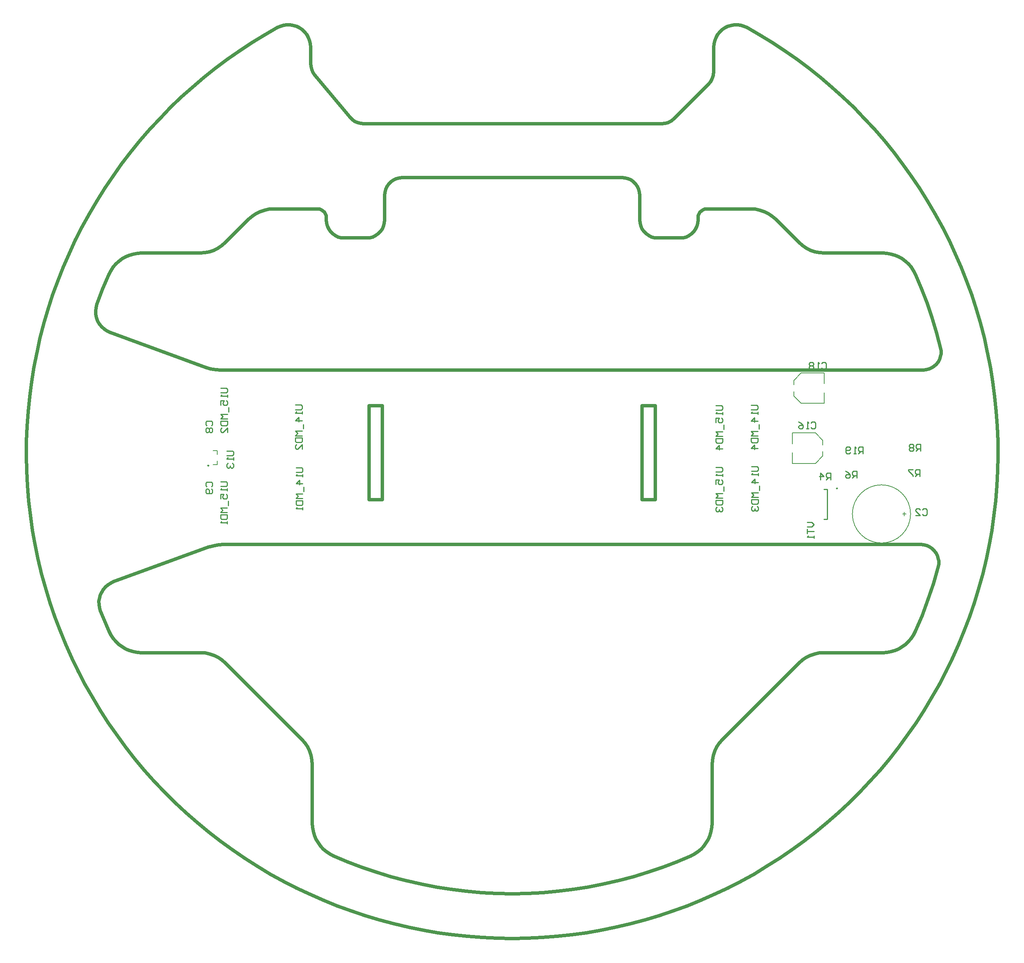
<source format=gbo>
G04*
G04 #@! TF.GenerationSoftware,Altium Limited,Altium Designer,18.1.7 (191)*
G04*
G04 Layer_Color=32896*
%FSLAX42Y42*%
%MOMM*%
G71*
G01*
G75*
%ADD10C,0.25*%
%ADD13C,0.20*%
%ADD15C,0.25*%
%ADD19C,0.80*%
D10*
X18118Y10051D02*
G03*
X18118Y10051I-12J0D01*
G01*
X4078Y10560D02*
G03*
X4078Y10560I-12J0D01*
G01*
X17810Y9362D02*
X17890D01*
Y10032D01*
X17810Y10032D02*
X17890Y10032D01*
D13*
X19750Y9480D02*
G03*
X19750Y9480I-650J0D01*
G01*
X17110Y11050D02*
Y11290D01*
X17625D01*
X17790Y11125D01*
Y11025D02*
Y11125D01*
Y10775D02*
Y10875D01*
X17625Y10610D02*
X17790Y10775D01*
X17110Y10610D02*
X17625D01*
X17110D02*
Y10850D01*
X19610Y9440D02*
Y9520D01*
X19570Y9480D02*
X19650D01*
X4265Y10810D02*
Y10895D01*
X4175D02*
X4265D01*
Y10585D02*
Y10670D01*
X4175Y10585D02*
X4265D01*
X17820Y12390D02*
Y12630D01*
X17305D02*
X17820D01*
X17140Y12465D02*
X17305Y12630D01*
X17140Y12365D02*
Y12465D01*
Y12115D02*
Y12215D01*
Y12115D02*
X17305Y11950D01*
X17820D01*
Y12190D01*
D15*
X17440Y9297D02*
X17542D01*
X17593Y9247D01*
X17542Y9196D01*
X17440D01*
Y9145D02*
Y9044D01*
Y9094D01*
X17593D01*
Y8993D02*
Y8942D01*
Y8967D01*
X17440D01*
X17466Y8993D01*
X18688Y10828D02*
Y10980D01*
X18611D01*
X18586Y10954D01*
Y10904D01*
X18611Y10878D01*
X18688D01*
X18637D02*
X18586Y10828D01*
X18535D02*
X18484D01*
X18510D01*
Y10980D01*
X18535Y10954D01*
X18408Y10853D02*
X18383Y10828D01*
X18332D01*
X18307Y10853D01*
Y10954D01*
X18332Y10980D01*
X18383D01*
X18408Y10954D01*
Y10929D01*
X18383Y10904D01*
X18307D01*
X17965Y10245D02*
Y10397D01*
X17889D01*
X17863Y10372D01*
Y10321D01*
X17889Y10296D01*
X17965D01*
X17914D02*
X17863Y10245D01*
X17736D02*
Y10397D01*
X17813Y10321D01*
X17711D01*
X18548Y10282D02*
Y10435D01*
X18471D01*
X18446Y10409D01*
Y10359D01*
X18471Y10333D01*
X18548D01*
X18497D02*
X18446Y10282D01*
X18294Y10435D02*
X18344Y10409D01*
X18395Y10359D01*
Y10308D01*
X18370Y10282D01*
X18319D01*
X18294Y10308D01*
Y10333D01*
X18319Y10359D01*
X18395D01*
X19975Y10882D02*
Y11035D01*
X19899D01*
X19873Y11009D01*
Y10959D01*
X19899Y10933D01*
X19975D01*
X19924D02*
X19873Y10882D01*
X19823Y11009D02*
X19797Y11035D01*
X19746D01*
X19721Y11009D01*
Y10984D01*
X19746Y10959D01*
X19721Y10933D01*
Y10908D01*
X19746Y10882D01*
X19797D01*
X19823Y10908D01*
Y10933D01*
X19797Y10959D01*
X19823Y10984D01*
Y11009D01*
X19797Y10959D02*
X19746D01*
X19952Y10320D02*
Y10472D01*
X19876D01*
X19851Y10447D01*
Y10396D01*
X19876Y10371D01*
X19952D01*
X19902D02*
X19851Y10320D01*
X19800Y10472D02*
X19699D01*
Y10447D01*
X19800Y10345D01*
Y10320D01*
X20011Y9577D02*
X20036Y9602D01*
X20087D01*
X20112Y9577D01*
Y9475D01*
X20087Y9450D01*
X20036D01*
X20011Y9475D01*
X19859Y9450D02*
X19960D01*
X19859Y9552D01*
Y9577D01*
X19884Y9602D01*
X19935D01*
X19960Y9577D01*
X17528Y11514D02*
X17554Y11540D01*
X17605D01*
X17630Y11514D01*
Y11413D01*
X17605Y11388D01*
X17554D01*
X17528Y11413D01*
X17478Y11388D02*
X17427D01*
X17452D01*
Y11540D01*
X17478Y11514D01*
X17249Y11540D02*
X17300Y11514D01*
X17351Y11464D01*
Y11413D01*
X17325Y11388D01*
X17275D01*
X17249Y11413D01*
Y11438D01*
X17275Y11464D01*
X17351D01*
X17760Y12842D02*
X17785Y12868D01*
X17836D01*
X17861Y12842D01*
Y12741D01*
X17836Y12715D01*
X17785D01*
X17760Y12741D01*
X17709Y12715D02*
X17658D01*
X17684D01*
Y12868D01*
X17709Y12842D01*
X17582D02*
X17557Y12868D01*
X17506D01*
X17480Y12842D01*
Y12817D01*
X17506Y12791D01*
X17480Y12766D01*
Y12741D01*
X17506Y12715D01*
X17557D01*
X17582Y12741D01*
Y12766D01*
X17557Y12791D01*
X17582Y12817D01*
Y12842D01*
X17557Y12791D02*
X17506D01*
X4478Y10890D02*
X4605D01*
X4630Y10865D01*
Y10814D01*
X4605Y10788D01*
X4478D01*
X4630Y10738D02*
Y10687D01*
Y10712D01*
X4478D01*
X4503Y10738D01*
Y10611D02*
X4478Y10585D01*
Y10535D01*
X4503Y10509D01*
X4528D01*
X4554Y10535D01*
Y10560D01*
Y10535D01*
X4579Y10509D01*
X4605D01*
X4630Y10535D01*
Y10585D01*
X4605Y10611D01*
X4033Y10088D02*
X4008Y10114D01*
Y10165D01*
X4033Y10190D01*
X4135D01*
X4160Y10165D01*
Y10114D01*
X4135Y10088D01*
Y10038D02*
X4160Y10012D01*
Y9961D01*
X4135Y9936D01*
X4033D01*
X4008Y9961D01*
Y10012D01*
X4033Y10038D01*
X4058D01*
X4084Y10012D01*
Y9936D01*
X4033Y11451D02*
X4008Y11476D01*
Y11527D01*
X4033Y11553D01*
X4135D01*
X4160Y11527D01*
Y11476D01*
X4135Y11451D01*
X4033Y11400D02*
X4008Y11375D01*
Y11324D01*
X4033Y11299D01*
X4058D01*
X4084Y11324D01*
X4109Y11299D01*
X4135D01*
X4160Y11324D01*
Y11375D01*
X4135Y11400D01*
X4109D01*
X4084Y11375D01*
X4058Y11400D01*
X4033D01*
X4084Y11375D02*
Y11324D01*
X15398Y11900D02*
X15525D01*
X15550Y11875D01*
Y11824D01*
X15525Y11798D01*
X15398D01*
X15550Y11748D02*
Y11697D01*
Y11722D01*
X15398D01*
X15423Y11748D01*
X15398Y11519D02*
Y11621D01*
X15474D01*
X15448Y11570D01*
Y11545D01*
X15474Y11519D01*
X15525D01*
X15550Y11545D01*
Y11595D01*
X15525Y11621D01*
X15575Y11468D02*
Y11367D01*
X15550Y11316D02*
X15398D01*
X15448Y11265D01*
X15398Y11214D01*
X15550D01*
X15398Y11164D02*
X15550D01*
Y11087D01*
X15525Y11062D01*
X15423D01*
X15398Y11087D01*
Y11164D01*
X15550Y10935D02*
X15398D01*
X15474Y11011D01*
Y10910D01*
X15398Y10525D02*
X15525D01*
X15550Y10500D01*
Y10449D01*
X15525Y10423D01*
X15398D01*
X15550Y10373D02*
Y10322D01*
Y10347D01*
X15398D01*
X15423Y10373D01*
X15398Y10144D02*
Y10246D01*
X15474D01*
X15448Y10195D01*
Y10170D01*
X15474Y10144D01*
X15525D01*
X15550Y10170D01*
Y10220D01*
X15525Y10246D01*
X15575Y10093D02*
Y9992D01*
X15550Y9941D02*
X15398D01*
X15448Y9890D01*
X15398Y9839D01*
X15550D01*
X15398Y9789D02*
X15550D01*
Y9712D01*
X15525Y9687D01*
X15423D01*
X15398Y9712D01*
Y9789D01*
X15423Y9636D02*
X15398Y9611D01*
Y9560D01*
X15423Y9535D01*
X15448D01*
X15474Y9560D01*
Y9586D01*
Y9560D01*
X15499Y9535D01*
X15525D01*
X15550Y9560D01*
Y9611D01*
X15525Y9636D01*
X4345Y12293D02*
X4472D01*
X4497Y12267D01*
Y12216D01*
X4472Y12191D01*
X4345D01*
X4497Y12140D02*
Y12089D01*
Y12115D01*
X4345D01*
X4371Y12140D01*
X4345Y11912D02*
Y12013D01*
X4421D01*
X4396Y11962D01*
Y11937D01*
X4421Y11912D01*
X4472D01*
X4497Y11937D01*
Y11988D01*
X4472Y12013D01*
X4523Y11861D02*
Y11759D01*
X4497Y11708D02*
X4345D01*
X4396Y11658D01*
X4345Y11607D01*
X4497D01*
X4345Y11556D02*
X4497D01*
Y11480D01*
X4472Y11455D01*
X4371D01*
X4345Y11480D01*
Y11556D01*
X4497Y11302D02*
Y11404D01*
X4396Y11302D01*
X4371D01*
X4345Y11328D01*
Y11378D01*
X4371Y11404D01*
X4338Y10203D02*
X4465D01*
X4490Y10177D01*
Y10126D01*
X4465Y10101D01*
X4338D01*
X4490Y10050D02*
Y9999D01*
Y10025D01*
X4338D01*
X4363Y10050D01*
X4338Y9822D02*
Y9923D01*
X4414D01*
X4388Y9872D01*
Y9847D01*
X4414Y9822D01*
X4465D01*
X4490Y9847D01*
Y9898D01*
X4465Y9923D01*
X4515Y9771D02*
Y9669D01*
X4490Y9618D02*
X4338D01*
X4388Y9568D01*
X4338Y9517D01*
X4490D01*
X4338Y9466D02*
X4490D01*
Y9390D01*
X4465Y9365D01*
X4363D01*
X4338Y9390D01*
Y9466D01*
X4490Y9314D02*
Y9263D01*
Y9288D01*
X4338D01*
X4363Y9314D01*
X16190Y11912D02*
X16317D01*
X16343Y11887D01*
Y11836D01*
X16317Y11811D01*
X16190D01*
X16343Y11760D02*
Y11709D01*
Y11735D01*
X16190D01*
X16216Y11760D01*
X16343Y11557D02*
X16190D01*
X16266Y11633D01*
Y11532D01*
X16368Y11481D02*
Y11379D01*
X16343Y11328D02*
X16190D01*
X16241Y11278D01*
X16190Y11227D01*
X16343D01*
X16190Y11176D02*
X16343D01*
Y11100D01*
X16317Y11075D01*
X16216D01*
X16190Y11100D01*
Y11176D01*
X16343Y10948D02*
X16190D01*
X16266Y11024D01*
Y10922D01*
X16193Y10538D02*
X16320D01*
X16345Y10512D01*
Y10461D01*
X16320Y10436D01*
X16193D01*
X16345Y10385D02*
Y10334D01*
Y10360D01*
X16193D01*
X16218Y10385D01*
X16345Y10182D02*
X16193D01*
X16269Y10258D01*
Y10157D01*
X16370Y10106D02*
Y10004D01*
X16345Y9953D02*
X16193D01*
X16243Y9903D01*
X16193Y9852D01*
X16345D01*
X16193Y9801D02*
X16345D01*
Y9725D01*
X16320Y9700D01*
X16218D01*
X16193Y9725D01*
Y9801D01*
X16218Y9649D02*
X16193Y9623D01*
Y9573D01*
X16218Y9547D01*
X16243D01*
X16269Y9573D01*
Y9598D01*
Y9573D01*
X16294Y9547D01*
X16320D01*
X16345Y9573D01*
Y9623D01*
X16320Y9649D01*
X6013Y11915D02*
X6140D01*
X6165Y11890D01*
Y11839D01*
X6140Y11813D01*
X6013D01*
X6165Y11763D02*
Y11712D01*
Y11737D01*
X6013D01*
X6038Y11763D01*
X6165Y11560D02*
X6013D01*
X6089Y11636D01*
Y11534D01*
X6190Y11483D02*
Y11382D01*
X6165Y11331D02*
X6013D01*
X6063Y11280D01*
X6013Y11229D01*
X6165D01*
X6013Y11179D02*
X6165D01*
Y11102D01*
X6140Y11077D01*
X6038D01*
X6013Y11102D01*
Y11179D01*
X6165Y10925D02*
Y11026D01*
X6063Y10925D01*
X6038D01*
X6013Y10950D01*
Y11001D01*
X6038Y11026D01*
X6023Y10515D02*
X6150D01*
X6175Y10490D01*
Y10439D01*
X6150Y10413D01*
X6023D01*
X6175Y10363D02*
Y10312D01*
Y10337D01*
X6023D01*
X6048Y10363D01*
X6175Y10160D02*
X6023D01*
X6099Y10236D01*
Y10134D01*
X6200Y10083D02*
Y9982D01*
X6175Y9931D02*
X6023D01*
X6073Y9880D01*
X6023Y9829D01*
X6175D01*
X6023Y9779D02*
X6175D01*
Y9702D01*
X6150Y9677D01*
X6048D01*
X6023Y9702D01*
Y9779D01*
X6175Y9626D02*
Y9576D01*
Y9601D01*
X6023D01*
X6048Y9626D01*
D19*
X14049Y9800D02*
Y11900D01*
X13749D02*
X14049D01*
X13749Y9800D02*
Y11900D01*
Y9800D02*
X14049D01*
X4367Y15480D02*
X4446Y15549D01*
X4280Y15422D02*
X4367Y15480D01*
X4186Y15375D02*
X4280Y15422D01*
X4087Y15342D02*
X4186Y15375D01*
X3984Y15321D02*
X4087Y15342D01*
X3880Y15314D02*
X3984Y15321D01*
X2574Y15314D02*
X3880D01*
X2481Y15309D02*
X2574Y15314D01*
X2391Y15293D02*
X2481Y15309D01*
X2302Y15267D02*
X2391Y15293D01*
X2217Y15231D02*
X2302Y15267D01*
X2137Y15185D02*
X2217Y15231D01*
X2063Y15130D02*
X2137Y15185D01*
X1995Y15067D02*
X2063Y15130D01*
X1936Y14997D02*
X1995Y15067D01*
X1884Y14920D02*
X1936Y14997D01*
X1842Y14838D02*
X1884Y14920D01*
X1703Y14508D02*
X1842Y14838D01*
X1576Y14173D02*
X1703Y14508D01*
X1555Y14097D02*
X1576Y14173D01*
X1547Y14019D02*
X1555Y14097D01*
X1547Y14019D02*
X1550Y13941D01*
X1566Y13865D01*
X1594Y13792D01*
X1633Y13724D01*
X1681Y13662D01*
X1739Y13610D01*
X1804Y13567D01*
X1876Y13534D01*
X4002Y12760D01*
X4113Y12727D01*
X4228Y12707D01*
X4344Y12700D01*
X20027D01*
X20092Y12705D01*
X20156Y12721D01*
X20216Y12748D01*
X20272Y12784D01*
X20320Y12828D01*
X20361Y12880D01*
X20392Y12938D01*
X20414Y13000D01*
X20425Y13064D01*
X20426Y13130D01*
X20415Y13195D02*
X20426Y13130D01*
X20327Y13531D02*
X20415Y13195D01*
X20226Y13864D02*
X20327Y13531D01*
X20114Y14193D02*
X20226Y13864D01*
X19990Y14518D02*
X20114Y14193D01*
X19855Y14838D02*
X19990Y14518D01*
X19813Y14920D02*
X19855Y14838D01*
X19761Y14997D02*
X19813Y14920D01*
X19702Y15067D02*
X19761Y14997D01*
X19634Y15130D02*
X19702Y15067D01*
X19560Y15185D02*
X19634Y15130D01*
X19480Y15231D02*
X19560Y15185D01*
X19395Y15267D02*
X19480Y15231D01*
X19306Y15293D02*
X19395Y15267D01*
X19216Y15309D02*
X19306Y15293D01*
X19123Y15314D02*
X19216Y15309D01*
X17817Y15314D02*
X19123D01*
X17713Y15321D02*
X17817Y15314D01*
X17610Y15342D02*
X17713Y15321D01*
X17511Y15375D02*
X17610Y15342D01*
X17417Y15422D02*
X17511Y15375D01*
X17330Y15480D02*
X17417Y15422D01*
X17251Y15549D02*
X17330Y15480D01*
X16734Y16066D02*
X17251Y15549D01*
X16656Y16135D02*
X16734Y16066D01*
X16569Y16193D02*
X16656Y16135D01*
X16475Y16239D02*
X16569Y16193D01*
X16376Y16273D02*
X16475Y16239D01*
X16273Y16293D02*
X16376Y16273D01*
X16169Y16300D02*
X16273Y16293D01*
X15199Y16300D02*
X16169D01*
X15154Y16295D02*
X15199Y16300D01*
X15112Y16280D02*
X15154Y16295D01*
X15074Y16256D02*
X15112Y16280D01*
X15042Y16225D02*
X15074Y16256D01*
X15018Y16187D02*
X15042Y16225D01*
X15004Y16145D02*
X15018Y16187D01*
X14999Y16100D02*
X15004Y16145D01*
X14999Y16050D02*
Y16100D01*
X14992Y15981D02*
X14999Y16050D01*
X14974Y15913D02*
X14992Y15981D01*
X14945Y15850D02*
X14974Y15913D01*
X14905Y15793D02*
X14945Y15850D01*
X14856Y15744D02*
X14905Y15793D01*
X14799Y15704D02*
X14856Y15744D01*
X14735Y15674D02*
X14799Y15704D01*
X14668Y15656D02*
X14735Y15674D01*
X14599Y15650D02*
X14668Y15656D01*
X14099Y15650D02*
X14599D01*
X14029Y15656D02*
X14099Y15650D01*
X13962Y15674D02*
X14029Y15656D01*
X13899Y15704D02*
X13962Y15674D01*
X13841Y15744D02*
X13899Y15704D01*
X13792Y15793D02*
X13841Y15744D01*
X13752Y15850D02*
X13792Y15793D01*
X13723Y15913D02*
X13752Y15850D01*
X13705Y15981D02*
X13723Y15913D01*
X13699Y16050D02*
X13705Y15981D01*
X13699Y16050D02*
Y16600D01*
X13692Y16669D02*
X13699Y16600D01*
X13674Y16737D02*
X13692Y16669D01*
X13645Y16800D02*
X13674Y16737D01*
X13605Y16857D02*
X13645Y16800D01*
X13556Y16906D02*
X13605Y16857D01*
X13499Y16946D02*
X13556Y16906D01*
X13435Y16976D02*
X13499Y16946D01*
X13368Y16994D02*
X13435Y16976D01*
X13299Y17000D02*
X13368Y16994D01*
X8399Y17000D02*
X13299D01*
X8329Y16994D02*
X8399Y17000D01*
X8262Y16976D02*
X8329Y16994D01*
X8199Y16946D02*
X8262Y16976D01*
X8141Y16906D02*
X8199Y16946D01*
X8092Y16857D02*
X8141Y16906D01*
X8052Y16800D02*
X8092Y16857D01*
X8023Y16737D02*
X8052Y16800D01*
X8005Y16669D02*
X8023Y16737D01*
X7999Y16600D02*
X8005Y16669D01*
X7999Y16050D02*
Y16600D01*
X7992Y15981D02*
X7999Y16050D01*
X7974Y15913D02*
X7992Y15981D01*
X7945Y15850D02*
X7974Y15913D01*
X7905Y15793D02*
X7945Y15850D01*
X7856Y15744D02*
X7905Y15793D01*
X7799Y15704D02*
X7856Y15744D01*
X7735Y15674D02*
X7799Y15704D01*
X7668Y15656D02*
X7735Y15674D01*
X7599Y15650D02*
X7668Y15656D01*
X7099Y15650D02*
X7599D01*
X7029Y15656D02*
X7099Y15650D01*
X6962Y15674D02*
X7029Y15656D01*
X6899Y15704D02*
X6962Y15674D01*
X6841Y15744D02*
X6899Y15704D01*
X6792Y15793D02*
X6841Y15744D01*
X6752Y15850D02*
X6792Y15793D01*
X6723Y15913D02*
X6752Y15850D01*
X6705Y15981D02*
X6723Y15913D01*
X6699Y16050D02*
X6705Y15981D01*
X6699Y16050D02*
Y16100D01*
X6693Y16145D02*
X6699Y16100D01*
X6679Y16187D02*
X6693Y16145D01*
X6655Y16225D02*
X6679Y16187D01*
X6623Y16256D02*
X6655Y16225D01*
X6585Y16280D02*
X6623Y16256D01*
X6543Y16295D02*
X6585Y16280D01*
X6499Y16300D02*
X6543Y16295D01*
X5528Y16300D02*
X6499D01*
X5424Y16293D02*
X5528Y16300D01*
X5321Y16273D02*
X5424Y16293D01*
X5222Y16239D02*
X5321Y16273D01*
X5128Y16193D02*
X5222Y16239D01*
X5041Y16135D02*
X5128Y16193D01*
X4963Y16066D02*
X5041Y16135D01*
X4446Y15549D02*
X4963Y16066D01*
X1883Y7940D02*
X1948Y7970D01*
X1822Y7901D02*
X1883Y7940D01*
X1767Y7854D02*
X1822Y7901D01*
X1720Y7800D02*
X1767Y7854D01*
X1681Y7739D02*
X1720Y7800D01*
X1651Y7674D02*
X1681Y7739D01*
X1630Y7604D02*
X1651Y7674D01*
X1620Y7533D02*
X1630Y7604D01*
X1620Y7533D02*
X1621Y7461D01*
X1632Y7390D01*
X1653Y7321D01*
X1842Y6862D01*
X1884Y6780D01*
X1936Y6703D01*
X1995Y6633D01*
X2063Y6570D01*
X2137Y6515D01*
X2217Y6469D01*
X2302Y6433D01*
X2391Y6407D01*
X2481Y6391D01*
X2574Y6386D01*
X3880D01*
X3984Y6379D01*
X4087Y6358D01*
X4186Y6325D01*
X4280Y6278D01*
X4367Y6220D01*
X4446Y6151D01*
X6150Y4447D01*
X6219Y4368D01*
X6277Y4281D01*
X6323Y4188D01*
X6357Y4088D01*
X6377Y3986D01*
X6384Y3881D01*
Y2575D02*
Y3881D01*
Y2575D02*
X6389Y2483D01*
X6405Y2392D01*
X6432Y2304D01*
X6468Y2219D01*
X6514Y2139D01*
X6568Y2064D01*
X6631Y1997D01*
X6701Y1937D01*
X6778Y1886D01*
X6860Y1844D01*
X7175Y1710D01*
X7495Y1588D01*
X7819Y1478D01*
X8146Y1378D01*
X8477Y1290D01*
X8810Y1213D01*
X9146Y1148D01*
X9484Y1095D01*
X9824Y1053D01*
X10165Y1024D01*
X10506Y1006D01*
X10849Y1000D01*
X11191Y1006D01*
X11532Y1024D01*
X11873Y1053D01*
X12213Y1095D01*
X12551Y1148D01*
X12887Y1213D01*
X13220Y1290D01*
X13551Y1378D01*
X13878Y1478D01*
X14202Y1588D01*
X14522Y1710D01*
X14837Y1844D01*
X14919Y1886D01*
X14996Y1937D01*
X15066Y1997D01*
X15129Y2064D01*
X15183Y2139D01*
X15229Y2219D01*
X15265Y2304D01*
X15292Y2392D01*
X15308Y2483D01*
X15313Y2575D01*
Y3881D01*
X15320Y3986D01*
X15340Y4088D01*
X15374Y4188D01*
X15420Y4281D01*
X15478Y4368D01*
X15547Y4447D01*
X17251Y6151D01*
X17330Y6220D01*
X17417Y6278D01*
X17511Y6325D01*
X17610Y6358D01*
X17713Y6379D01*
X17817Y6386D01*
X19123D01*
X19216Y6391D01*
X19306Y6407D01*
X19395Y6433D01*
X19480Y6469D01*
X19560Y6515D01*
X19634Y6570D01*
X19702Y6633D01*
X19761Y6703D01*
X19813Y6780D01*
X19855Y6862D01*
X20002Y7213D01*
X20136Y7569D01*
X20256Y7931D01*
X20362Y8296D01*
X20374Y8362D01*
X20374Y8428D01*
X20364Y8494D02*
X20374Y8428D01*
X20343Y8557D02*
X20364Y8494D01*
X20312Y8616D02*
X20343Y8557D01*
X20271Y8669D02*
X20312Y8616D01*
X20223Y8714D02*
X20271Y8669D01*
X20167Y8751D02*
X20223Y8714D01*
X20106Y8778D02*
X20167Y8751D01*
X20042Y8794D02*
X20106Y8778D01*
X19975Y8800D02*
X20042Y8794D01*
X4406Y8800D02*
X19975D01*
X4290Y8793D02*
X4406Y8800D01*
X4176Y8773D02*
X4290Y8793D01*
X4064Y8740D02*
X4176Y8773D01*
X1948Y7970D02*
X4064Y8740D01*
X7649Y11900D02*
X7949D01*
X7649Y9800D02*
Y11900D01*
Y9800D02*
X7949D01*
Y11900D01*
X5607Y20350D02*
X5674Y20381D01*
X5745Y20401D01*
X5819Y20411D01*
X5893Y20410D01*
X5966Y20398D01*
X6036Y20376D01*
X6103Y20343D01*
X6163Y20300D01*
X6217Y20250D01*
X6263Y20192D01*
X6300Y20127D01*
X6327Y20058D01*
X6343Y19986D01*
X6349Y19912D01*
Y19545D02*
Y19912D01*
Y19545D02*
X6355Y19476D01*
X6372Y19409D01*
X6402Y19346D01*
X6441Y19289D01*
X7229Y18344D01*
X7278Y18294D01*
X7335Y18254D01*
X7399Y18224D01*
X7466Y18206D01*
X7536Y18200D01*
X14183D01*
X14261Y18208D01*
X14336Y18230D01*
X14405Y18267D01*
X14466Y18317D01*
X15231Y19083D01*
X15281Y19143D01*
X15318Y19213D01*
X15341Y19288D01*
X15349Y19366D01*
Y19912D01*
X15354Y19986D01*
X15370Y20058D01*
X15397Y20127D01*
X15434Y20192D01*
X15480Y20250D01*
X15534Y20300D01*
X15594Y20343D01*
X15661Y20376D01*
X15731Y20398D01*
X15804Y20410D01*
X15878Y20411D01*
X15952Y20401D01*
X16023Y20381D01*
X16090Y20350D01*
X16379Y20185D01*
X16663Y20011D01*
X16941Y19828D01*
X17213Y19637D01*
X17480Y19438D01*
X17740Y19231D01*
X17993Y19015D01*
X18240Y18792D01*
X18481Y18562D01*
X18713Y18324D01*
X18939Y18080D01*
X19157Y17828D01*
X19367Y17570D01*
X19569Y17306D01*
X19763Y17035D01*
X19948Y16759D01*
X20125Y16477D01*
X20293Y16190D01*
X20453Y15898D01*
X20603Y15601D01*
X20744Y15300D01*
X20876Y14994D01*
X20998Y14685D01*
X21111Y14372D01*
X21214Y14056D01*
X21308Y13736D01*
X21391Y13414D01*
X21465Y13090D01*
X21528Y12763D01*
X21582Y12435D01*
X21626Y12105D01*
X21659Y11774D01*
X21682Y11442D01*
X21695Y11109D01*
X21698Y10777D01*
X21691Y10444D02*
X21698Y10777D01*
X21673Y10112D02*
X21691Y10444D01*
X21646Y9780D02*
X21673Y10112D01*
X21608Y9450D02*
X21646Y9780D01*
X21560Y9120D02*
X21608Y9450D01*
X21502Y8793D02*
X21560Y9120D01*
X21434Y8467D02*
X21502Y8793D01*
X21356Y8144D02*
X21434Y8467D01*
X21268Y7823D02*
X21356Y8144D01*
X21170Y7505D02*
X21268Y7823D01*
X21062Y7190D02*
X21170Y7505D01*
X20945Y6878D02*
X21062Y7190D01*
X20819Y6571D02*
X20945Y6878D01*
X20683Y6267D02*
X20819Y6571D01*
X20538Y5968D02*
X20683Y6267D01*
X20384Y5673D02*
X20538Y5968D01*
X20220Y5383D02*
X20384Y5673D01*
X20048Y5098D02*
X20220Y5383D01*
X19868Y4819D02*
X20048Y5098D01*
X19678Y4545D02*
X19868Y4819D01*
X19481Y4277D02*
X19678Y4545D01*
X19275Y4015D02*
X19481Y4277D01*
X19062Y3760D02*
X19275Y4015D01*
X18841Y3512D02*
X19062Y3760D01*
X18612Y3270D02*
X18841Y3512D01*
X18376Y3036D02*
X18612Y3270D01*
X18133Y2809D02*
X18376Y3036D01*
X17883Y2589D02*
X18133Y2809D01*
X17626Y2377D02*
X17883Y2589D01*
X17363Y2173D02*
X17626Y2377D01*
X17094Y1978D02*
X17363Y2173D01*
X16819Y1790D02*
X17094Y1978D01*
X16538Y1612D02*
X16819Y1790D01*
X16252Y1441D02*
X16538Y1612D01*
X15961Y1280D02*
X16252Y1441D01*
X15665Y1128D02*
X15961Y1280D01*
X15365Y985D02*
X15665Y1128D01*
X15060Y851D02*
X15365Y985D01*
X14752Y726D02*
X15060Y851D01*
X14440Y612D02*
X14752Y726D01*
X14124Y506D02*
X14440Y612D01*
X13805Y411D02*
X14124Y506D01*
X13484Y325D02*
X13805Y411D01*
X13160Y249D02*
X13484Y325D01*
X12834Y183D02*
X13160Y249D01*
X12506Y127D02*
X12834Y183D01*
X12176Y82D02*
X12506Y127D01*
X11845Y46D02*
X12176Y82D01*
X11514Y20D02*
X11845Y46D01*
X11181Y5D02*
X11514Y20D01*
X10849Y-0D02*
X11181Y5D01*
X10516D02*
X10849Y-0D01*
X10183Y20D02*
X10516Y5D01*
X9852Y46D02*
X10183Y20D01*
X9521Y82D02*
X9852Y46D01*
X9191Y127D02*
X9521Y82D01*
X8863Y183D02*
X9191Y127D01*
X8537Y249D02*
X8863Y183D01*
X8213Y325D02*
X8537Y249D01*
X7892Y411D02*
X8213Y325D01*
X7573Y506D02*
X7892Y411D01*
X7257Y612D02*
X7573Y506D01*
X6945Y726D02*
X7257Y612D01*
X6637Y851D02*
X6945Y726D01*
X6332Y985D02*
X6637Y851D01*
X6032Y1128D02*
X6332Y985D01*
X5736Y1280D02*
X6032Y1128D01*
X5445Y1441D02*
X5736Y1280D01*
X5159Y1612D02*
X5445Y1441D01*
X4878Y1790D02*
X5159Y1612D01*
X4603Y1978D02*
X4878Y1790D01*
X4334Y2173D02*
X4603Y1978D01*
X4071Y2377D02*
X4334Y2173D01*
X3814Y2589D02*
X4071Y2377D01*
X3564Y2809D02*
X3814Y2589D01*
X3321Y3036D02*
X3564Y2809D01*
X3085Y3270D02*
X3321Y3036D01*
X2856Y3512D02*
X3085Y3270D01*
X2635Y3760D02*
X2856Y3512D01*
X2422Y4015D02*
X2635Y3760D01*
X2216Y4277D02*
X2422Y4015D01*
X2019Y4545D02*
X2216Y4277D01*
X1829Y4819D02*
X2019Y4545D01*
X1649Y5098D02*
X1829Y4819D01*
X1477Y5383D02*
X1649Y5098D01*
X1313Y5673D02*
X1477Y5383D01*
X1159Y5968D02*
X1313Y5673D01*
X1014Y6267D02*
X1159Y5968D01*
X878Y6571D02*
X1014Y6267D01*
X752Y6878D02*
X878Y6571D01*
X635Y7190D02*
X752Y6878D01*
X527Y7505D02*
X635Y7190D01*
X429Y7823D02*
X527Y7505D01*
X341Y8144D02*
X429Y7823D01*
X263Y8467D02*
X341Y8144D01*
X195Y8793D02*
X263Y8467D01*
X137Y9120D02*
X195Y8793D01*
X89Y9450D02*
X137Y9120D01*
X51Y9780D02*
X89Y9450D01*
X24Y10112D02*
X51Y9780D01*
X6Y10444D02*
X24Y10112D01*
X-1Y10777D02*
X6Y10444D01*
X-1Y10777D02*
X2Y11109D01*
X15Y11442D01*
X38Y11774D01*
X71Y12105D01*
X115Y12435D01*
X169Y12763D01*
X232Y13090D01*
X306Y13414D01*
X389Y13736D01*
X483Y14056D01*
X586Y14372D01*
X699Y14685D01*
X821Y14994D01*
X953Y15300D01*
X1094Y15601D01*
X1244Y15898D01*
X1404Y16190D01*
X1572Y16477D01*
X1749Y16759D01*
X1934Y17035D01*
X2128Y17306D01*
X2330Y17570D01*
X2540Y17828D01*
X2758Y18080D01*
X2984Y18324D01*
X3216Y18562D01*
X3457Y18792D01*
X3704Y19015D01*
X3957Y19231D01*
X4217Y19438D01*
X4484Y19637D01*
X4756Y19828D01*
X5034Y20011D01*
X5318Y20185D01*
X5607Y20350D01*
X14049Y9800D02*
Y11900D01*
X13749D02*
X14049D01*
X13749Y9800D02*
Y11900D01*
Y9800D02*
X14049D01*
X7649Y11900D02*
X7949D01*
X7649Y9800D02*
Y11900D01*
Y9800D02*
X7949D01*
Y11900D01*
M02*

</source>
